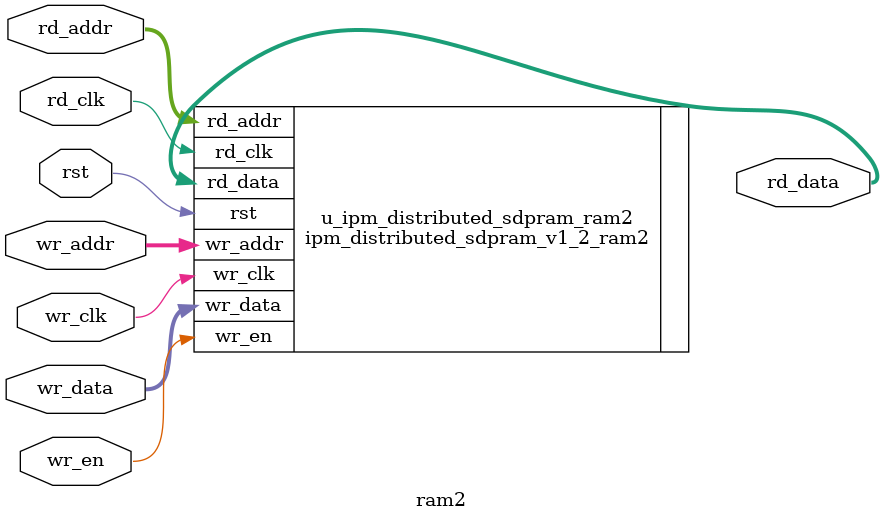
<source format=v>



`timescale 1 ns / 1 ps
module ram2
     (
      wr_data        ,
      wr_addr        ,
      rd_addr        ,
      wr_clk         ,
      rd_clk         ,
      wr_en          ,
      rst            ,
      rd_data
     );

    localparam ADDR_WIDTH = 10 ; //@IPC int 4,10

    localparam DATA_WIDTH = 32 ; //@IPC int 1,256

    localparam RST_TYPE = "ASYNC" ; //@IPC enum ASYNC,SYNC

    localparam OUT_REG = 0 ; //@IPC bool

    localparam INIT_ENABLE = 0 ; //@IPC bool

    localparam INIT_FILE = "NONE" ; //@IPC string

    localparam FILE_FORMAT = "BIN" ; //@IPC enum BIN,HEX


    input    wire     [DATA_WIDTH-1:0]       wr_data               ;
    input    wire     [ADDR_WIDTH-1:0]       wr_addr               ;
    input    wire     [ADDR_WIDTH-1:0]       rd_addr               ;
    input    wire                            wr_clk                ;
    input    wire                            rd_clk                ;
    input    wire                            wr_en                 ;
    input    wire                            rst                   ;
    output   wire     [DATA_WIDTH-1:0]       rd_data               ;


ipm_distributed_sdpram_v1_2_ram2
    #(
     .ADDR_WIDTH    (ADDR_WIDTH )	,    //address width   range:4-10
     .DATA_WIDTH    (DATA_WIDTH ) 	,    //data width      range:4-256
     .RST_TYPE      (RST_TYPE   )   ,    //reset type   "ASYNC_RESET" "SYNC_RESET"
     .OUT_REG       (OUT_REG    )   ,    //output options :non_register(0)  register(1)
     .INIT_FILE     (INIT_FILE  )   ,
     .FILE_FORMAT   (FILE_FORMAT)
     ) u_ipm_distributed_sdpram_ram2
     (
      .wr_data      (wr_data    )   ,
      .wr_addr      (wr_addr    )   ,
      .rd_addr      (rd_addr    )   ,
      .wr_clk       (wr_clk     )   ,
      .rd_clk       (rd_clk     )   ,
      .wr_en        (wr_en      )   ,
      .rst          (rst        )   ,
      .rd_data      (rd_data    )
     );
endmodule

</source>
